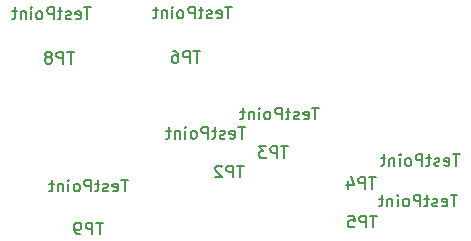
<source format=gbr>
%TF.GenerationSoftware,KiCad,Pcbnew,8.0.1+dfsg-1*%
%TF.CreationDate,2024-04-11T09:20:04+00:00*%
%TF.ProjectId,t1,74312e6b-6963-4616-945f-706362585858,${git_hash}*%
%TF.SameCoordinates,Original*%
%TF.FileFunction,AssemblyDrawing,Bot*%
%FSLAX46Y46*%
G04 Gerber Fmt 4.6, Leading zero omitted, Abs format (unit mm)*
G04 Created by KiCad (PCBNEW 8.0.1+dfsg-1) date 2024-04-11 09:20:04*
%MOMM*%
%LPD*%
G01*
G04 APERTURE LIST*
%ADD10C,0.150000*%
G04 APERTURE END LIST*
D10*
X169169933Y-77788419D02*
X168598505Y-77788419D01*
X168884219Y-78788419D02*
X168884219Y-77788419D01*
X167884219Y-78740800D02*
X167979457Y-78788419D01*
X167979457Y-78788419D02*
X168169933Y-78788419D01*
X168169933Y-78788419D02*
X168265171Y-78740800D01*
X168265171Y-78740800D02*
X168312790Y-78645561D01*
X168312790Y-78645561D02*
X168312790Y-78264609D01*
X168312790Y-78264609D02*
X168265171Y-78169371D01*
X168265171Y-78169371D02*
X168169933Y-78121752D01*
X168169933Y-78121752D02*
X167979457Y-78121752D01*
X167979457Y-78121752D02*
X167884219Y-78169371D01*
X167884219Y-78169371D02*
X167836600Y-78264609D01*
X167836600Y-78264609D02*
X167836600Y-78359847D01*
X167836600Y-78359847D02*
X168312790Y-78455085D01*
X167455647Y-78740800D02*
X167360409Y-78788419D01*
X167360409Y-78788419D02*
X167169933Y-78788419D01*
X167169933Y-78788419D02*
X167074695Y-78740800D01*
X167074695Y-78740800D02*
X167027076Y-78645561D01*
X167027076Y-78645561D02*
X167027076Y-78597942D01*
X167027076Y-78597942D02*
X167074695Y-78502704D01*
X167074695Y-78502704D02*
X167169933Y-78455085D01*
X167169933Y-78455085D02*
X167312790Y-78455085D01*
X167312790Y-78455085D02*
X167408028Y-78407466D01*
X167408028Y-78407466D02*
X167455647Y-78312228D01*
X167455647Y-78312228D02*
X167455647Y-78264609D01*
X167455647Y-78264609D02*
X167408028Y-78169371D01*
X167408028Y-78169371D02*
X167312790Y-78121752D01*
X167312790Y-78121752D02*
X167169933Y-78121752D01*
X167169933Y-78121752D02*
X167074695Y-78169371D01*
X166741361Y-78121752D02*
X166360409Y-78121752D01*
X166598504Y-77788419D02*
X166598504Y-78645561D01*
X166598504Y-78645561D02*
X166550885Y-78740800D01*
X166550885Y-78740800D02*
X166455647Y-78788419D01*
X166455647Y-78788419D02*
X166360409Y-78788419D01*
X166027075Y-78788419D02*
X166027075Y-77788419D01*
X166027075Y-77788419D02*
X165646123Y-77788419D01*
X165646123Y-77788419D02*
X165550885Y-77836038D01*
X165550885Y-77836038D02*
X165503266Y-77883657D01*
X165503266Y-77883657D02*
X165455647Y-77978895D01*
X165455647Y-77978895D02*
X165455647Y-78121752D01*
X165455647Y-78121752D02*
X165503266Y-78216990D01*
X165503266Y-78216990D02*
X165550885Y-78264609D01*
X165550885Y-78264609D02*
X165646123Y-78312228D01*
X165646123Y-78312228D02*
X166027075Y-78312228D01*
X164884218Y-78788419D02*
X164979456Y-78740800D01*
X164979456Y-78740800D02*
X165027075Y-78693180D01*
X165027075Y-78693180D02*
X165074694Y-78597942D01*
X165074694Y-78597942D02*
X165074694Y-78312228D01*
X165074694Y-78312228D02*
X165027075Y-78216990D01*
X165027075Y-78216990D02*
X164979456Y-78169371D01*
X164979456Y-78169371D02*
X164884218Y-78121752D01*
X164884218Y-78121752D02*
X164741361Y-78121752D01*
X164741361Y-78121752D02*
X164646123Y-78169371D01*
X164646123Y-78169371D02*
X164598504Y-78216990D01*
X164598504Y-78216990D02*
X164550885Y-78312228D01*
X164550885Y-78312228D02*
X164550885Y-78597942D01*
X164550885Y-78597942D02*
X164598504Y-78693180D01*
X164598504Y-78693180D02*
X164646123Y-78740800D01*
X164646123Y-78740800D02*
X164741361Y-78788419D01*
X164741361Y-78788419D02*
X164884218Y-78788419D01*
X164122313Y-78788419D02*
X164122313Y-78121752D01*
X164122313Y-77788419D02*
X164169932Y-77836038D01*
X164169932Y-77836038D02*
X164122313Y-77883657D01*
X164122313Y-77883657D02*
X164074694Y-77836038D01*
X164074694Y-77836038D02*
X164122313Y-77788419D01*
X164122313Y-77788419D02*
X164122313Y-77883657D01*
X163646123Y-78121752D02*
X163646123Y-78788419D01*
X163646123Y-78216990D02*
X163598504Y-78169371D01*
X163598504Y-78169371D02*
X163503266Y-78121752D01*
X163503266Y-78121752D02*
X163360409Y-78121752D01*
X163360409Y-78121752D02*
X163265171Y-78169371D01*
X163265171Y-78169371D02*
X163217552Y-78264609D01*
X163217552Y-78264609D02*
X163217552Y-78788419D01*
X162884218Y-78121752D02*
X162503266Y-78121752D01*
X162741361Y-77788419D02*
X162741361Y-78645561D01*
X162741361Y-78645561D02*
X162693742Y-78740800D01*
X162693742Y-78740800D02*
X162598504Y-78788419D01*
X162598504Y-78788419D02*
X162503266Y-78788419D01*
X169054304Y-81067219D02*
X168482876Y-81067219D01*
X168768590Y-82067219D02*
X168768590Y-81067219D01*
X168149542Y-82067219D02*
X168149542Y-81067219D01*
X168149542Y-81067219D02*
X167768590Y-81067219D01*
X167768590Y-81067219D02*
X167673352Y-81114838D01*
X167673352Y-81114838D02*
X167625733Y-81162457D01*
X167625733Y-81162457D02*
X167578114Y-81257695D01*
X167578114Y-81257695D02*
X167578114Y-81400552D01*
X167578114Y-81400552D02*
X167625733Y-81495790D01*
X167625733Y-81495790D02*
X167673352Y-81543409D01*
X167673352Y-81543409D02*
X167768590Y-81591028D01*
X167768590Y-81591028D02*
X168149542Y-81591028D01*
X167197161Y-81162457D02*
X167149542Y-81114838D01*
X167149542Y-81114838D02*
X167054304Y-81067219D01*
X167054304Y-81067219D02*
X166816209Y-81067219D01*
X166816209Y-81067219D02*
X166720971Y-81114838D01*
X166720971Y-81114838D02*
X166673352Y-81162457D01*
X166673352Y-81162457D02*
X166625733Y-81257695D01*
X166625733Y-81257695D02*
X166625733Y-81352933D01*
X166625733Y-81352933D02*
X166673352Y-81495790D01*
X166673352Y-81495790D02*
X167244780Y-82067219D01*
X167244780Y-82067219D02*
X166625733Y-82067219D01*
X175418333Y-76162819D02*
X174846905Y-76162819D01*
X175132619Y-77162819D02*
X175132619Y-76162819D01*
X174132619Y-77115200D02*
X174227857Y-77162819D01*
X174227857Y-77162819D02*
X174418333Y-77162819D01*
X174418333Y-77162819D02*
X174513571Y-77115200D01*
X174513571Y-77115200D02*
X174561190Y-77019961D01*
X174561190Y-77019961D02*
X174561190Y-76639009D01*
X174561190Y-76639009D02*
X174513571Y-76543771D01*
X174513571Y-76543771D02*
X174418333Y-76496152D01*
X174418333Y-76496152D02*
X174227857Y-76496152D01*
X174227857Y-76496152D02*
X174132619Y-76543771D01*
X174132619Y-76543771D02*
X174085000Y-76639009D01*
X174085000Y-76639009D02*
X174085000Y-76734247D01*
X174085000Y-76734247D02*
X174561190Y-76829485D01*
X173704047Y-77115200D02*
X173608809Y-77162819D01*
X173608809Y-77162819D02*
X173418333Y-77162819D01*
X173418333Y-77162819D02*
X173323095Y-77115200D01*
X173323095Y-77115200D02*
X173275476Y-77019961D01*
X173275476Y-77019961D02*
X173275476Y-76972342D01*
X173275476Y-76972342D02*
X173323095Y-76877104D01*
X173323095Y-76877104D02*
X173418333Y-76829485D01*
X173418333Y-76829485D02*
X173561190Y-76829485D01*
X173561190Y-76829485D02*
X173656428Y-76781866D01*
X173656428Y-76781866D02*
X173704047Y-76686628D01*
X173704047Y-76686628D02*
X173704047Y-76639009D01*
X173704047Y-76639009D02*
X173656428Y-76543771D01*
X173656428Y-76543771D02*
X173561190Y-76496152D01*
X173561190Y-76496152D02*
X173418333Y-76496152D01*
X173418333Y-76496152D02*
X173323095Y-76543771D01*
X172989761Y-76496152D02*
X172608809Y-76496152D01*
X172846904Y-76162819D02*
X172846904Y-77019961D01*
X172846904Y-77019961D02*
X172799285Y-77115200D01*
X172799285Y-77115200D02*
X172704047Y-77162819D01*
X172704047Y-77162819D02*
X172608809Y-77162819D01*
X172275475Y-77162819D02*
X172275475Y-76162819D01*
X172275475Y-76162819D02*
X171894523Y-76162819D01*
X171894523Y-76162819D02*
X171799285Y-76210438D01*
X171799285Y-76210438D02*
X171751666Y-76258057D01*
X171751666Y-76258057D02*
X171704047Y-76353295D01*
X171704047Y-76353295D02*
X171704047Y-76496152D01*
X171704047Y-76496152D02*
X171751666Y-76591390D01*
X171751666Y-76591390D02*
X171799285Y-76639009D01*
X171799285Y-76639009D02*
X171894523Y-76686628D01*
X171894523Y-76686628D02*
X172275475Y-76686628D01*
X171132618Y-77162819D02*
X171227856Y-77115200D01*
X171227856Y-77115200D02*
X171275475Y-77067580D01*
X171275475Y-77067580D02*
X171323094Y-76972342D01*
X171323094Y-76972342D02*
X171323094Y-76686628D01*
X171323094Y-76686628D02*
X171275475Y-76591390D01*
X171275475Y-76591390D02*
X171227856Y-76543771D01*
X171227856Y-76543771D02*
X171132618Y-76496152D01*
X171132618Y-76496152D02*
X170989761Y-76496152D01*
X170989761Y-76496152D02*
X170894523Y-76543771D01*
X170894523Y-76543771D02*
X170846904Y-76591390D01*
X170846904Y-76591390D02*
X170799285Y-76686628D01*
X170799285Y-76686628D02*
X170799285Y-76972342D01*
X170799285Y-76972342D02*
X170846904Y-77067580D01*
X170846904Y-77067580D02*
X170894523Y-77115200D01*
X170894523Y-77115200D02*
X170989761Y-77162819D01*
X170989761Y-77162819D02*
X171132618Y-77162819D01*
X170370713Y-77162819D02*
X170370713Y-76496152D01*
X170370713Y-76162819D02*
X170418332Y-76210438D01*
X170418332Y-76210438D02*
X170370713Y-76258057D01*
X170370713Y-76258057D02*
X170323094Y-76210438D01*
X170323094Y-76210438D02*
X170370713Y-76162819D01*
X170370713Y-76162819D02*
X170370713Y-76258057D01*
X169894523Y-76496152D02*
X169894523Y-77162819D01*
X169894523Y-76591390D02*
X169846904Y-76543771D01*
X169846904Y-76543771D02*
X169751666Y-76496152D01*
X169751666Y-76496152D02*
X169608809Y-76496152D01*
X169608809Y-76496152D02*
X169513571Y-76543771D01*
X169513571Y-76543771D02*
X169465952Y-76639009D01*
X169465952Y-76639009D02*
X169465952Y-77162819D01*
X169132618Y-76496152D02*
X168751666Y-76496152D01*
X168989761Y-76162819D02*
X168989761Y-77019961D01*
X168989761Y-77019961D02*
X168942142Y-77115200D01*
X168942142Y-77115200D02*
X168846904Y-77162819D01*
X168846904Y-77162819D02*
X168751666Y-77162819D01*
X172788104Y-79439419D02*
X172216676Y-79439419D01*
X172502390Y-80439419D02*
X172502390Y-79439419D01*
X171883342Y-80439419D02*
X171883342Y-79439419D01*
X171883342Y-79439419D02*
X171502390Y-79439419D01*
X171502390Y-79439419D02*
X171407152Y-79487038D01*
X171407152Y-79487038D02*
X171359533Y-79534657D01*
X171359533Y-79534657D02*
X171311914Y-79629895D01*
X171311914Y-79629895D02*
X171311914Y-79772752D01*
X171311914Y-79772752D02*
X171359533Y-79867990D01*
X171359533Y-79867990D02*
X171407152Y-79915609D01*
X171407152Y-79915609D02*
X171502390Y-79963228D01*
X171502390Y-79963228D02*
X171883342Y-79963228D01*
X170978580Y-79439419D02*
X170359533Y-79439419D01*
X170359533Y-79439419D02*
X170692866Y-79820371D01*
X170692866Y-79820371D02*
X170550009Y-79820371D01*
X170550009Y-79820371D02*
X170454771Y-79867990D01*
X170454771Y-79867990D02*
X170407152Y-79915609D01*
X170407152Y-79915609D02*
X170359533Y-80010847D01*
X170359533Y-80010847D02*
X170359533Y-80248942D01*
X170359533Y-80248942D02*
X170407152Y-80344180D01*
X170407152Y-80344180D02*
X170454771Y-80391800D01*
X170454771Y-80391800D02*
X170550009Y-80439419D01*
X170550009Y-80439419D02*
X170835723Y-80439419D01*
X170835723Y-80439419D02*
X170930961Y-80391800D01*
X170930961Y-80391800D02*
X170978580Y-80344180D01*
X187330933Y-80099819D02*
X186759505Y-80099819D01*
X187045219Y-81099819D02*
X187045219Y-80099819D01*
X186045219Y-81052200D02*
X186140457Y-81099819D01*
X186140457Y-81099819D02*
X186330933Y-81099819D01*
X186330933Y-81099819D02*
X186426171Y-81052200D01*
X186426171Y-81052200D02*
X186473790Y-80956961D01*
X186473790Y-80956961D02*
X186473790Y-80576009D01*
X186473790Y-80576009D02*
X186426171Y-80480771D01*
X186426171Y-80480771D02*
X186330933Y-80433152D01*
X186330933Y-80433152D02*
X186140457Y-80433152D01*
X186140457Y-80433152D02*
X186045219Y-80480771D01*
X186045219Y-80480771D02*
X185997600Y-80576009D01*
X185997600Y-80576009D02*
X185997600Y-80671247D01*
X185997600Y-80671247D02*
X186473790Y-80766485D01*
X185616647Y-81052200D02*
X185521409Y-81099819D01*
X185521409Y-81099819D02*
X185330933Y-81099819D01*
X185330933Y-81099819D02*
X185235695Y-81052200D01*
X185235695Y-81052200D02*
X185188076Y-80956961D01*
X185188076Y-80956961D02*
X185188076Y-80909342D01*
X185188076Y-80909342D02*
X185235695Y-80814104D01*
X185235695Y-80814104D02*
X185330933Y-80766485D01*
X185330933Y-80766485D02*
X185473790Y-80766485D01*
X185473790Y-80766485D02*
X185569028Y-80718866D01*
X185569028Y-80718866D02*
X185616647Y-80623628D01*
X185616647Y-80623628D02*
X185616647Y-80576009D01*
X185616647Y-80576009D02*
X185569028Y-80480771D01*
X185569028Y-80480771D02*
X185473790Y-80433152D01*
X185473790Y-80433152D02*
X185330933Y-80433152D01*
X185330933Y-80433152D02*
X185235695Y-80480771D01*
X184902361Y-80433152D02*
X184521409Y-80433152D01*
X184759504Y-80099819D02*
X184759504Y-80956961D01*
X184759504Y-80956961D02*
X184711885Y-81052200D01*
X184711885Y-81052200D02*
X184616647Y-81099819D01*
X184616647Y-81099819D02*
X184521409Y-81099819D01*
X184188075Y-81099819D02*
X184188075Y-80099819D01*
X184188075Y-80099819D02*
X183807123Y-80099819D01*
X183807123Y-80099819D02*
X183711885Y-80147438D01*
X183711885Y-80147438D02*
X183664266Y-80195057D01*
X183664266Y-80195057D02*
X183616647Y-80290295D01*
X183616647Y-80290295D02*
X183616647Y-80433152D01*
X183616647Y-80433152D02*
X183664266Y-80528390D01*
X183664266Y-80528390D02*
X183711885Y-80576009D01*
X183711885Y-80576009D02*
X183807123Y-80623628D01*
X183807123Y-80623628D02*
X184188075Y-80623628D01*
X183045218Y-81099819D02*
X183140456Y-81052200D01*
X183140456Y-81052200D02*
X183188075Y-81004580D01*
X183188075Y-81004580D02*
X183235694Y-80909342D01*
X183235694Y-80909342D02*
X183235694Y-80623628D01*
X183235694Y-80623628D02*
X183188075Y-80528390D01*
X183188075Y-80528390D02*
X183140456Y-80480771D01*
X183140456Y-80480771D02*
X183045218Y-80433152D01*
X183045218Y-80433152D02*
X182902361Y-80433152D01*
X182902361Y-80433152D02*
X182807123Y-80480771D01*
X182807123Y-80480771D02*
X182759504Y-80528390D01*
X182759504Y-80528390D02*
X182711885Y-80623628D01*
X182711885Y-80623628D02*
X182711885Y-80909342D01*
X182711885Y-80909342D02*
X182759504Y-81004580D01*
X182759504Y-81004580D02*
X182807123Y-81052200D01*
X182807123Y-81052200D02*
X182902361Y-81099819D01*
X182902361Y-81099819D02*
X183045218Y-81099819D01*
X182283313Y-81099819D02*
X182283313Y-80433152D01*
X182283313Y-80099819D02*
X182330932Y-80147438D01*
X182330932Y-80147438D02*
X182283313Y-80195057D01*
X182283313Y-80195057D02*
X182235694Y-80147438D01*
X182235694Y-80147438D02*
X182283313Y-80099819D01*
X182283313Y-80099819D02*
X182283313Y-80195057D01*
X181807123Y-80433152D02*
X181807123Y-81099819D01*
X181807123Y-80528390D02*
X181759504Y-80480771D01*
X181759504Y-80480771D02*
X181664266Y-80433152D01*
X181664266Y-80433152D02*
X181521409Y-80433152D01*
X181521409Y-80433152D02*
X181426171Y-80480771D01*
X181426171Y-80480771D02*
X181378552Y-80576009D01*
X181378552Y-80576009D02*
X181378552Y-81099819D01*
X181045218Y-80433152D02*
X180664266Y-80433152D01*
X180902361Y-80099819D02*
X180902361Y-80956961D01*
X180902361Y-80956961D02*
X180854742Y-81052200D01*
X180854742Y-81052200D02*
X180759504Y-81099819D01*
X180759504Y-81099819D02*
X180664266Y-81099819D01*
X180230304Y-82030219D02*
X179658876Y-82030219D01*
X179944590Y-83030219D02*
X179944590Y-82030219D01*
X179325542Y-83030219D02*
X179325542Y-82030219D01*
X179325542Y-82030219D02*
X178944590Y-82030219D01*
X178944590Y-82030219D02*
X178849352Y-82077838D01*
X178849352Y-82077838D02*
X178801733Y-82125457D01*
X178801733Y-82125457D02*
X178754114Y-82220695D01*
X178754114Y-82220695D02*
X178754114Y-82363552D01*
X178754114Y-82363552D02*
X178801733Y-82458790D01*
X178801733Y-82458790D02*
X178849352Y-82506409D01*
X178849352Y-82506409D02*
X178944590Y-82554028D01*
X178944590Y-82554028D02*
X179325542Y-82554028D01*
X177896971Y-82363552D02*
X177896971Y-83030219D01*
X178135066Y-81982600D02*
X178373161Y-82696885D01*
X178373161Y-82696885D02*
X177754114Y-82696885D01*
X187153133Y-83528819D02*
X186581705Y-83528819D01*
X186867419Y-84528819D02*
X186867419Y-83528819D01*
X185867419Y-84481200D02*
X185962657Y-84528819D01*
X185962657Y-84528819D02*
X186153133Y-84528819D01*
X186153133Y-84528819D02*
X186248371Y-84481200D01*
X186248371Y-84481200D02*
X186295990Y-84385961D01*
X186295990Y-84385961D02*
X186295990Y-84005009D01*
X186295990Y-84005009D02*
X186248371Y-83909771D01*
X186248371Y-83909771D02*
X186153133Y-83862152D01*
X186153133Y-83862152D02*
X185962657Y-83862152D01*
X185962657Y-83862152D02*
X185867419Y-83909771D01*
X185867419Y-83909771D02*
X185819800Y-84005009D01*
X185819800Y-84005009D02*
X185819800Y-84100247D01*
X185819800Y-84100247D02*
X186295990Y-84195485D01*
X185438847Y-84481200D02*
X185343609Y-84528819D01*
X185343609Y-84528819D02*
X185153133Y-84528819D01*
X185153133Y-84528819D02*
X185057895Y-84481200D01*
X185057895Y-84481200D02*
X185010276Y-84385961D01*
X185010276Y-84385961D02*
X185010276Y-84338342D01*
X185010276Y-84338342D02*
X185057895Y-84243104D01*
X185057895Y-84243104D02*
X185153133Y-84195485D01*
X185153133Y-84195485D02*
X185295990Y-84195485D01*
X185295990Y-84195485D02*
X185391228Y-84147866D01*
X185391228Y-84147866D02*
X185438847Y-84052628D01*
X185438847Y-84052628D02*
X185438847Y-84005009D01*
X185438847Y-84005009D02*
X185391228Y-83909771D01*
X185391228Y-83909771D02*
X185295990Y-83862152D01*
X185295990Y-83862152D02*
X185153133Y-83862152D01*
X185153133Y-83862152D02*
X185057895Y-83909771D01*
X184724561Y-83862152D02*
X184343609Y-83862152D01*
X184581704Y-83528819D02*
X184581704Y-84385961D01*
X184581704Y-84385961D02*
X184534085Y-84481200D01*
X184534085Y-84481200D02*
X184438847Y-84528819D01*
X184438847Y-84528819D02*
X184343609Y-84528819D01*
X184010275Y-84528819D02*
X184010275Y-83528819D01*
X184010275Y-83528819D02*
X183629323Y-83528819D01*
X183629323Y-83528819D02*
X183534085Y-83576438D01*
X183534085Y-83576438D02*
X183486466Y-83624057D01*
X183486466Y-83624057D02*
X183438847Y-83719295D01*
X183438847Y-83719295D02*
X183438847Y-83862152D01*
X183438847Y-83862152D02*
X183486466Y-83957390D01*
X183486466Y-83957390D02*
X183534085Y-84005009D01*
X183534085Y-84005009D02*
X183629323Y-84052628D01*
X183629323Y-84052628D02*
X184010275Y-84052628D01*
X182867418Y-84528819D02*
X182962656Y-84481200D01*
X182962656Y-84481200D02*
X183010275Y-84433580D01*
X183010275Y-84433580D02*
X183057894Y-84338342D01*
X183057894Y-84338342D02*
X183057894Y-84052628D01*
X183057894Y-84052628D02*
X183010275Y-83957390D01*
X183010275Y-83957390D02*
X182962656Y-83909771D01*
X182962656Y-83909771D02*
X182867418Y-83862152D01*
X182867418Y-83862152D02*
X182724561Y-83862152D01*
X182724561Y-83862152D02*
X182629323Y-83909771D01*
X182629323Y-83909771D02*
X182581704Y-83957390D01*
X182581704Y-83957390D02*
X182534085Y-84052628D01*
X182534085Y-84052628D02*
X182534085Y-84338342D01*
X182534085Y-84338342D02*
X182581704Y-84433580D01*
X182581704Y-84433580D02*
X182629323Y-84481200D01*
X182629323Y-84481200D02*
X182724561Y-84528819D01*
X182724561Y-84528819D02*
X182867418Y-84528819D01*
X182105513Y-84528819D02*
X182105513Y-83862152D01*
X182105513Y-83528819D02*
X182153132Y-83576438D01*
X182153132Y-83576438D02*
X182105513Y-83624057D01*
X182105513Y-83624057D02*
X182057894Y-83576438D01*
X182057894Y-83576438D02*
X182105513Y-83528819D01*
X182105513Y-83528819D02*
X182105513Y-83624057D01*
X181629323Y-83862152D02*
X181629323Y-84528819D01*
X181629323Y-83957390D02*
X181581704Y-83909771D01*
X181581704Y-83909771D02*
X181486466Y-83862152D01*
X181486466Y-83862152D02*
X181343609Y-83862152D01*
X181343609Y-83862152D02*
X181248371Y-83909771D01*
X181248371Y-83909771D02*
X181200752Y-84005009D01*
X181200752Y-84005009D02*
X181200752Y-84528819D01*
X180867418Y-83862152D02*
X180486466Y-83862152D01*
X180724561Y-83528819D02*
X180724561Y-84385961D01*
X180724561Y-84385961D02*
X180676942Y-84481200D01*
X180676942Y-84481200D02*
X180581704Y-84528819D01*
X180581704Y-84528819D02*
X180486466Y-84528819D01*
X180306504Y-85306819D02*
X179735076Y-85306819D01*
X180020790Y-86306819D02*
X180020790Y-85306819D01*
X179401742Y-86306819D02*
X179401742Y-85306819D01*
X179401742Y-85306819D02*
X179020790Y-85306819D01*
X179020790Y-85306819D02*
X178925552Y-85354438D01*
X178925552Y-85354438D02*
X178877933Y-85402057D01*
X178877933Y-85402057D02*
X178830314Y-85497295D01*
X178830314Y-85497295D02*
X178830314Y-85640152D01*
X178830314Y-85640152D02*
X178877933Y-85735390D01*
X178877933Y-85735390D02*
X178925552Y-85783009D01*
X178925552Y-85783009D02*
X179020790Y-85830628D01*
X179020790Y-85830628D02*
X179401742Y-85830628D01*
X177925552Y-85306819D02*
X178401742Y-85306819D01*
X178401742Y-85306819D02*
X178449361Y-85783009D01*
X178449361Y-85783009D02*
X178401742Y-85735390D01*
X178401742Y-85735390D02*
X178306504Y-85687771D01*
X178306504Y-85687771D02*
X178068409Y-85687771D01*
X178068409Y-85687771D02*
X177973171Y-85735390D01*
X177973171Y-85735390D02*
X177925552Y-85783009D01*
X177925552Y-85783009D02*
X177877933Y-85878247D01*
X177877933Y-85878247D02*
X177877933Y-86116342D01*
X177877933Y-86116342D02*
X177925552Y-86211580D01*
X177925552Y-86211580D02*
X177973171Y-86259200D01*
X177973171Y-86259200D02*
X178068409Y-86306819D01*
X178068409Y-86306819D02*
X178306504Y-86306819D01*
X178306504Y-86306819D02*
X178401742Y-86259200D01*
X178401742Y-86259200D02*
X178449361Y-86211580D01*
X168052333Y-67603019D02*
X167480905Y-67603019D01*
X167766619Y-68603019D02*
X167766619Y-67603019D01*
X166766619Y-68555400D02*
X166861857Y-68603019D01*
X166861857Y-68603019D02*
X167052333Y-68603019D01*
X167052333Y-68603019D02*
X167147571Y-68555400D01*
X167147571Y-68555400D02*
X167195190Y-68460161D01*
X167195190Y-68460161D02*
X167195190Y-68079209D01*
X167195190Y-68079209D02*
X167147571Y-67983971D01*
X167147571Y-67983971D02*
X167052333Y-67936352D01*
X167052333Y-67936352D02*
X166861857Y-67936352D01*
X166861857Y-67936352D02*
X166766619Y-67983971D01*
X166766619Y-67983971D02*
X166719000Y-68079209D01*
X166719000Y-68079209D02*
X166719000Y-68174447D01*
X166719000Y-68174447D02*
X167195190Y-68269685D01*
X166338047Y-68555400D02*
X166242809Y-68603019D01*
X166242809Y-68603019D02*
X166052333Y-68603019D01*
X166052333Y-68603019D02*
X165957095Y-68555400D01*
X165957095Y-68555400D02*
X165909476Y-68460161D01*
X165909476Y-68460161D02*
X165909476Y-68412542D01*
X165909476Y-68412542D02*
X165957095Y-68317304D01*
X165957095Y-68317304D02*
X166052333Y-68269685D01*
X166052333Y-68269685D02*
X166195190Y-68269685D01*
X166195190Y-68269685D02*
X166290428Y-68222066D01*
X166290428Y-68222066D02*
X166338047Y-68126828D01*
X166338047Y-68126828D02*
X166338047Y-68079209D01*
X166338047Y-68079209D02*
X166290428Y-67983971D01*
X166290428Y-67983971D02*
X166195190Y-67936352D01*
X166195190Y-67936352D02*
X166052333Y-67936352D01*
X166052333Y-67936352D02*
X165957095Y-67983971D01*
X165623761Y-67936352D02*
X165242809Y-67936352D01*
X165480904Y-67603019D02*
X165480904Y-68460161D01*
X165480904Y-68460161D02*
X165433285Y-68555400D01*
X165433285Y-68555400D02*
X165338047Y-68603019D01*
X165338047Y-68603019D02*
X165242809Y-68603019D01*
X164909475Y-68603019D02*
X164909475Y-67603019D01*
X164909475Y-67603019D02*
X164528523Y-67603019D01*
X164528523Y-67603019D02*
X164433285Y-67650638D01*
X164433285Y-67650638D02*
X164385666Y-67698257D01*
X164385666Y-67698257D02*
X164338047Y-67793495D01*
X164338047Y-67793495D02*
X164338047Y-67936352D01*
X164338047Y-67936352D02*
X164385666Y-68031590D01*
X164385666Y-68031590D02*
X164433285Y-68079209D01*
X164433285Y-68079209D02*
X164528523Y-68126828D01*
X164528523Y-68126828D02*
X164909475Y-68126828D01*
X163766618Y-68603019D02*
X163861856Y-68555400D01*
X163861856Y-68555400D02*
X163909475Y-68507780D01*
X163909475Y-68507780D02*
X163957094Y-68412542D01*
X163957094Y-68412542D02*
X163957094Y-68126828D01*
X163957094Y-68126828D02*
X163909475Y-68031590D01*
X163909475Y-68031590D02*
X163861856Y-67983971D01*
X163861856Y-67983971D02*
X163766618Y-67936352D01*
X163766618Y-67936352D02*
X163623761Y-67936352D01*
X163623761Y-67936352D02*
X163528523Y-67983971D01*
X163528523Y-67983971D02*
X163480904Y-68031590D01*
X163480904Y-68031590D02*
X163433285Y-68126828D01*
X163433285Y-68126828D02*
X163433285Y-68412542D01*
X163433285Y-68412542D02*
X163480904Y-68507780D01*
X163480904Y-68507780D02*
X163528523Y-68555400D01*
X163528523Y-68555400D02*
X163623761Y-68603019D01*
X163623761Y-68603019D02*
X163766618Y-68603019D01*
X163004713Y-68603019D02*
X163004713Y-67936352D01*
X163004713Y-67603019D02*
X163052332Y-67650638D01*
X163052332Y-67650638D02*
X163004713Y-67698257D01*
X163004713Y-67698257D02*
X162957094Y-67650638D01*
X162957094Y-67650638D02*
X163004713Y-67603019D01*
X163004713Y-67603019D02*
X163004713Y-67698257D01*
X162528523Y-67936352D02*
X162528523Y-68603019D01*
X162528523Y-68031590D02*
X162480904Y-67983971D01*
X162480904Y-67983971D02*
X162385666Y-67936352D01*
X162385666Y-67936352D02*
X162242809Y-67936352D01*
X162242809Y-67936352D02*
X162147571Y-67983971D01*
X162147571Y-67983971D02*
X162099952Y-68079209D01*
X162099952Y-68079209D02*
X162099952Y-68603019D01*
X161766618Y-67936352D02*
X161385666Y-67936352D01*
X161623761Y-67603019D02*
X161623761Y-68460161D01*
X161623761Y-68460161D02*
X161576142Y-68555400D01*
X161576142Y-68555400D02*
X161480904Y-68603019D01*
X161480904Y-68603019D02*
X161385666Y-68603019D01*
X165371304Y-71362219D02*
X164799876Y-71362219D01*
X165085590Y-72362219D02*
X165085590Y-71362219D01*
X164466542Y-72362219D02*
X164466542Y-71362219D01*
X164466542Y-71362219D02*
X164085590Y-71362219D01*
X164085590Y-71362219D02*
X163990352Y-71409838D01*
X163990352Y-71409838D02*
X163942733Y-71457457D01*
X163942733Y-71457457D02*
X163895114Y-71552695D01*
X163895114Y-71552695D02*
X163895114Y-71695552D01*
X163895114Y-71695552D02*
X163942733Y-71790790D01*
X163942733Y-71790790D02*
X163990352Y-71838409D01*
X163990352Y-71838409D02*
X164085590Y-71886028D01*
X164085590Y-71886028D02*
X164466542Y-71886028D01*
X163037971Y-71362219D02*
X163228447Y-71362219D01*
X163228447Y-71362219D02*
X163323685Y-71409838D01*
X163323685Y-71409838D02*
X163371304Y-71457457D01*
X163371304Y-71457457D02*
X163466542Y-71600314D01*
X163466542Y-71600314D02*
X163514161Y-71790790D01*
X163514161Y-71790790D02*
X163514161Y-72171742D01*
X163514161Y-72171742D02*
X163466542Y-72266980D01*
X163466542Y-72266980D02*
X163418923Y-72314600D01*
X163418923Y-72314600D02*
X163323685Y-72362219D01*
X163323685Y-72362219D02*
X163133209Y-72362219D01*
X163133209Y-72362219D02*
X163037971Y-72314600D01*
X163037971Y-72314600D02*
X162990352Y-72266980D01*
X162990352Y-72266980D02*
X162942733Y-72171742D01*
X162942733Y-72171742D02*
X162942733Y-71933647D01*
X162942733Y-71933647D02*
X162990352Y-71838409D01*
X162990352Y-71838409D02*
X163037971Y-71790790D01*
X163037971Y-71790790D02*
X163133209Y-71743171D01*
X163133209Y-71743171D02*
X163323685Y-71743171D01*
X163323685Y-71743171D02*
X163418923Y-71790790D01*
X163418923Y-71790790D02*
X163466542Y-71838409D01*
X163466542Y-71838409D02*
X163514161Y-71933647D01*
X156114333Y-67679219D02*
X155542905Y-67679219D01*
X155828619Y-68679219D02*
X155828619Y-67679219D01*
X154828619Y-68631600D02*
X154923857Y-68679219D01*
X154923857Y-68679219D02*
X155114333Y-68679219D01*
X155114333Y-68679219D02*
X155209571Y-68631600D01*
X155209571Y-68631600D02*
X155257190Y-68536361D01*
X155257190Y-68536361D02*
X155257190Y-68155409D01*
X155257190Y-68155409D02*
X155209571Y-68060171D01*
X155209571Y-68060171D02*
X155114333Y-68012552D01*
X155114333Y-68012552D02*
X154923857Y-68012552D01*
X154923857Y-68012552D02*
X154828619Y-68060171D01*
X154828619Y-68060171D02*
X154781000Y-68155409D01*
X154781000Y-68155409D02*
X154781000Y-68250647D01*
X154781000Y-68250647D02*
X155257190Y-68345885D01*
X154400047Y-68631600D02*
X154304809Y-68679219D01*
X154304809Y-68679219D02*
X154114333Y-68679219D01*
X154114333Y-68679219D02*
X154019095Y-68631600D01*
X154019095Y-68631600D02*
X153971476Y-68536361D01*
X153971476Y-68536361D02*
X153971476Y-68488742D01*
X153971476Y-68488742D02*
X154019095Y-68393504D01*
X154019095Y-68393504D02*
X154114333Y-68345885D01*
X154114333Y-68345885D02*
X154257190Y-68345885D01*
X154257190Y-68345885D02*
X154352428Y-68298266D01*
X154352428Y-68298266D02*
X154400047Y-68203028D01*
X154400047Y-68203028D02*
X154400047Y-68155409D01*
X154400047Y-68155409D02*
X154352428Y-68060171D01*
X154352428Y-68060171D02*
X154257190Y-68012552D01*
X154257190Y-68012552D02*
X154114333Y-68012552D01*
X154114333Y-68012552D02*
X154019095Y-68060171D01*
X153685761Y-68012552D02*
X153304809Y-68012552D01*
X153542904Y-67679219D02*
X153542904Y-68536361D01*
X153542904Y-68536361D02*
X153495285Y-68631600D01*
X153495285Y-68631600D02*
X153400047Y-68679219D01*
X153400047Y-68679219D02*
X153304809Y-68679219D01*
X152971475Y-68679219D02*
X152971475Y-67679219D01*
X152971475Y-67679219D02*
X152590523Y-67679219D01*
X152590523Y-67679219D02*
X152495285Y-67726838D01*
X152495285Y-67726838D02*
X152447666Y-67774457D01*
X152447666Y-67774457D02*
X152400047Y-67869695D01*
X152400047Y-67869695D02*
X152400047Y-68012552D01*
X152400047Y-68012552D02*
X152447666Y-68107790D01*
X152447666Y-68107790D02*
X152495285Y-68155409D01*
X152495285Y-68155409D02*
X152590523Y-68203028D01*
X152590523Y-68203028D02*
X152971475Y-68203028D01*
X151828618Y-68679219D02*
X151923856Y-68631600D01*
X151923856Y-68631600D02*
X151971475Y-68583980D01*
X151971475Y-68583980D02*
X152019094Y-68488742D01*
X152019094Y-68488742D02*
X152019094Y-68203028D01*
X152019094Y-68203028D02*
X151971475Y-68107790D01*
X151971475Y-68107790D02*
X151923856Y-68060171D01*
X151923856Y-68060171D02*
X151828618Y-68012552D01*
X151828618Y-68012552D02*
X151685761Y-68012552D01*
X151685761Y-68012552D02*
X151590523Y-68060171D01*
X151590523Y-68060171D02*
X151542904Y-68107790D01*
X151542904Y-68107790D02*
X151495285Y-68203028D01*
X151495285Y-68203028D02*
X151495285Y-68488742D01*
X151495285Y-68488742D02*
X151542904Y-68583980D01*
X151542904Y-68583980D02*
X151590523Y-68631600D01*
X151590523Y-68631600D02*
X151685761Y-68679219D01*
X151685761Y-68679219D02*
X151828618Y-68679219D01*
X151066713Y-68679219D02*
X151066713Y-68012552D01*
X151066713Y-67679219D02*
X151114332Y-67726838D01*
X151114332Y-67726838D02*
X151066713Y-67774457D01*
X151066713Y-67774457D02*
X151019094Y-67726838D01*
X151019094Y-67726838D02*
X151066713Y-67679219D01*
X151066713Y-67679219D02*
X151066713Y-67774457D01*
X150590523Y-68012552D02*
X150590523Y-68679219D01*
X150590523Y-68107790D02*
X150542904Y-68060171D01*
X150542904Y-68060171D02*
X150447666Y-68012552D01*
X150447666Y-68012552D02*
X150304809Y-68012552D01*
X150304809Y-68012552D02*
X150209571Y-68060171D01*
X150209571Y-68060171D02*
X150161952Y-68155409D01*
X150161952Y-68155409D02*
X150161952Y-68679219D01*
X149828618Y-68012552D02*
X149447666Y-68012552D01*
X149685761Y-67679219D02*
X149685761Y-68536361D01*
X149685761Y-68536361D02*
X149638142Y-68631600D01*
X149638142Y-68631600D02*
X149542904Y-68679219D01*
X149542904Y-68679219D02*
X149447666Y-68679219D01*
X154677904Y-71438419D02*
X154106476Y-71438419D01*
X154392190Y-72438419D02*
X154392190Y-71438419D01*
X153773142Y-72438419D02*
X153773142Y-71438419D01*
X153773142Y-71438419D02*
X153392190Y-71438419D01*
X153392190Y-71438419D02*
X153296952Y-71486038D01*
X153296952Y-71486038D02*
X153249333Y-71533657D01*
X153249333Y-71533657D02*
X153201714Y-71628895D01*
X153201714Y-71628895D02*
X153201714Y-71771752D01*
X153201714Y-71771752D02*
X153249333Y-71866990D01*
X153249333Y-71866990D02*
X153296952Y-71914609D01*
X153296952Y-71914609D02*
X153392190Y-71962228D01*
X153392190Y-71962228D02*
X153773142Y-71962228D01*
X152630285Y-71866990D02*
X152725523Y-71819371D01*
X152725523Y-71819371D02*
X152773142Y-71771752D01*
X152773142Y-71771752D02*
X152820761Y-71676514D01*
X152820761Y-71676514D02*
X152820761Y-71628895D01*
X152820761Y-71628895D02*
X152773142Y-71533657D01*
X152773142Y-71533657D02*
X152725523Y-71486038D01*
X152725523Y-71486038D02*
X152630285Y-71438419D01*
X152630285Y-71438419D02*
X152439809Y-71438419D01*
X152439809Y-71438419D02*
X152344571Y-71486038D01*
X152344571Y-71486038D02*
X152296952Y-71533657D01*
X152296952Y-71533657D02*
X152249333Y-71628895D01*
X152249333Y-71628895D02*
X152249333Y-71676514D01*
X152249333Y-71676514D02*
X152296952Y-71771752D01*
X152296952Y-71771752D02*
X152344571Y-71819371D01*
X152344571Y-71819371D02*
X152439809Y-71866990D01*
X152439809Y-71866990D02*
X152630285Y-71866990D01*
X152630285Y-71866990D02*
X152725523Y-71914609D01*
X152725523Y-71914609D02*
X152773142Y-71962228D01*
X152773142Y-71962228D02*
X152820761Y-72057466D01*
X152820761Y-72057466D02*
X152820761Y-72247942D01*
X152820761Y-72247942D02*
X152773142Y-72343180D01*
X152773142Y-72343180D02*
X152725523Y-72390800D01*
X152725523Y-72390800D02*
X152630285Y-72438419D01*
X152630285Y-72438419D02*
X152439809Y-72438419D01*
X152439809Y-72438419D02*
X152344571Y-72390800D01*
X152344571Y-72390800D02*
X152296952Y-72343180D01*
X152296952Y-72343180D02*
X152249333Y-72247942D01*
X152249333Y-72247942D02*
X152249333Y-72057466D01*
X152249333Y-72057466D02*
X152296952Y-71962228D01*
X152296952Y-71962228D02*
X152344571Y-71914609D01*
X152344571Y-71914609D02*
X152439809Y-71866990D01*
X159263933Y-82258819D02*
X158692505Y-82258819D01*
X158978219Y-83258819D02*
X158978219Y-82258819D01*
X157978219Y-83211200D02*
X158073457Y-83258819D01*
X158073457Y-83258819D02*
X158263933Y-83258819D01*
X158263933Y-83258819D02*
X158359171Y-83211200D01*
X158359171Y-83211200D02*
X158406790Y-83115961D01*
X158406790Y-83115961D02*
X158406790Y-82735009D01*
X158406790Y-82735009D02*
X158359171Y-82639771D01*
X158359171Y-82639771D02*
X158263933Y-82592152D01*
X158263933Y-82592152D02*
X158073457Y-82592152D01*
X158073457Y-82592152D02*
X157978219Y-82639771D01*
X157978219Y-82639771D02*
X157930600Y-82735009D01*
X157930600Y-82735009D02*
X157930600Y-82830247D01*
X157930600Y-82830247D02*
X158406790Y-82925485D01*
X157549647Y-83211200D02*
X157454409Y-83258819D01*
X157454409Y-83258819D02*
X157263933Y-83258819D01*
X157263933Y-83258819D02*
X157168695Y-83211200D01*
X157168695Y-83211200D02*
X157121076Y-83115961D01*
X157121076Y-83115961D02*
X157121076Y-83068342D01*
X157121076Y-83068342D02*
X157168695Y-82973104D01*
X157168695Y-82973104D02*
X157263933Y-82925485D01*
X157263933Y-82925485D02*
X157406790Y-82925485D01*
X157406790Y-82925485D02*
X157502028Y-82877866D01*
X157502028Y-82877866D02*
X157549647Y-82782628D01*
X157549647Y-82782628D02*
X157549647Y-82735009D01*
X157549647Y-82735009D02*
X157502028Y-82639771D01*
X157502028Y-82639771D02*
X157406790Y-82592152D01*
X157406790Y-82592152D02*
X157263933Y-82592152D01*
X157263933Y-82592152D02*
X157168695Y-82639771D01*
X156835361Y-82592152D02*
X156454409Y-82592152D01*
X156692504Y-82258819D02*
X156692504Y-83115961D01*
X156692504Y-83115961D02*
X156644885Y-83211200D01*
X156644885Y-83211200D02*
X156549647Y-83258819D01*
X156549647Y-83258819D02*
X156454409Y-83258819D01*
X156121075Y-83258819D02*
X156121075Y-82258819D01*
X156121075Y-82258819D02*
X155740123Y-82258819D01*
X155740123Y-82258819D02*
X155644885Y-82306438D01*
X155644885Y-82306438D02*
X155597266Y-82354057D01*
X155597266Y-82354057D02*
X155549647Y-82449295D01*
X155549647Y-82449295D02*
X155549647Y-82592152D01*
X155549647Y-82592152D02*
X155597266Y-82687390D01*
X155597266Y-82687390D02*
X155644885Y-82735009D01*
X155644885Y-82735009D02*
X155740123Y-82782628D01*
X155740123Y-82782628D02*
X156121075Y-82782628D01*
X154978218Y-83258819D02*
X155073456Y-83211200D01*
X155073456Y-83211200D02*
X155121075Y-83163580D01*
X155121075Y-83163580D02*
X155168694Y-83068342D01*
X155168694Y-83068342D02*
X155168694Y-82782628D01*
X155168694Y-82782628D02*
X155121075Y-82687390D01*
X155121075Y-82687390D02*
X155073456Y-82639771D01*
X155073456Y-82639771D02*
X154978218Y-82592152D01*
X154978218Y-82592152D02*
X154835361Y-82592152D01*
X154835361Y-82592152D02*
X154740123Y-82639771D01*
X154740123Y-82639771D02*
X154692504Y-82687390D01*
X154692504Y-82687390D02*
X154644885Y-82782628D01*
X154644885Y-82782628D02*
X154644885Y-83068342D01*
X154644885Y-83068342D02*
X154692504Y-83163580D01*
X154692504Y-83163580D02*
X154740123Y-83211200D01*
X154740123Y-83211200D02*
X154835361Y-83258819D01*
X154835361Y-83258819D02*
X154978218Y-83258819D01*
X154216313Y-83258819D02*
X154216313Y-82592152D01*
X154216313Y-82258819D02*
X154263932Y-82306438D01*
X154263932Y-82306438D02*
X154216313Y-82354057D01*
X154216313Y-82354057D02*
X154168694Y-82306438D01*
X154168694Y-82306438D02*
X154216313Y-82258819D01*
X154216313Y-82258819D02*
X154216313Y-82354057D01*
X153740123Y-82592152D02*
X153740123Y-83258819D01*
X153740123Y-82687390D02*
X153692504Y-82639771D01*
X153692504Y-82639771D02*
X153597266Y-82592152D01*
X153597266Y-82592152D02*
X153454409Y-82592152D01*
X153454409Y-82592152D02*
X153359171Y-82639771D01*
X153359171Y-82639771D02*
X153311552Y-82735009D01*
X153311552Y-82735009D02*
X153311552Y-83258819D01*
X152978218Y-82592152D02*
X152597266Y-82592152D01*
X152835361Y-82258819D02*
X152835361Y-83115961D01*
X152835361Y-83115961D02*
X152787742Y-83211200D01*
X152787742Y-83211200D02*
X152692504Y-83258819D01*
X152692504Y-83258819D02*
X152597266Y-83258819D01*
X157141704Y-85891019D02*
X156570276Y-85891019D01*
X156855990Y-86891019D02*
X156855990Y-85891019D01*
X156236942Y-86891019D02*
X156236942Y-85891019D01*
X156236942Y-85891019D02*
X155855990Y-85891019D01*
X155855990Y-85891019D02*
X155760752Y-85938638D01*
X155760752Y-85938638D02*
X155713133Y-85986257D01*
X155713133Y-85986257D02*
X155665514Y-86081495D01*
X155665514Y-86081495D02*
X155665514Y-86224352D01*
X155665514Y-86224352D02*
X155713133Y-86319590D01*
X155713133Y-86319590D02*
X155760752Y-86367209D01*
X155760752Y-86367209D02*
X155855990Y-86414828D01*
X155855990Y-86414828D02*
X156236942Y-86414828D01*
X155189323Y-86891019D02*
X154998847Y-86891019D01*
X154998847Y-86891019D02*
X154903609Y-86843400D01*
X154903609Y-86843400D02*
X154855990Y-86795780D01*
X154855990Y-86795780D02*
X154760752Y-86652923D01*
X154760752Y-86652923D02*
X154713133Y-86462447D01*
X154713133Y-86462447D02*
X154713133Y-86081495D01*
X154713133Y-86081495D02*
X154760752Y-85986257D01*
X154760752Y-85986257D02*
X154808371Y-85938638D01*
X154808371Y-85938638D02*
X154903609Y-85891019D01*
X154903609Y-85891019D02*
X155094085Y-85891019D01*
X155094085Y-85891019D02*
X155189323Y-85938638D01*
X155189323Y-85938638D02*
X155236942Y-85986257D01*
X155236942Y-85986257D02*
X155284561Y-86081495D01*
X155284561Y-86081495D02*
X155284561Y-86319590D01*
X155284561Y-86319590D02*
X155236942Y-86414828D01*
X155236942Y-86414828D02*
X155189323Y-86462447D01*
X155189323Y-86462447D02*
X155094085Y-86510066D01*
X155094085Y-86510066D02*
X154903609Y-86510066D01*
X154903609Y-86510066D02*
X154808371Y-86462447D01*
X154808371Y-86462447D02*
X154760752Y-86414828D01*
X154760752Y-86414828D02*
X154713133Y-86319590D01*
M02*

</source>
